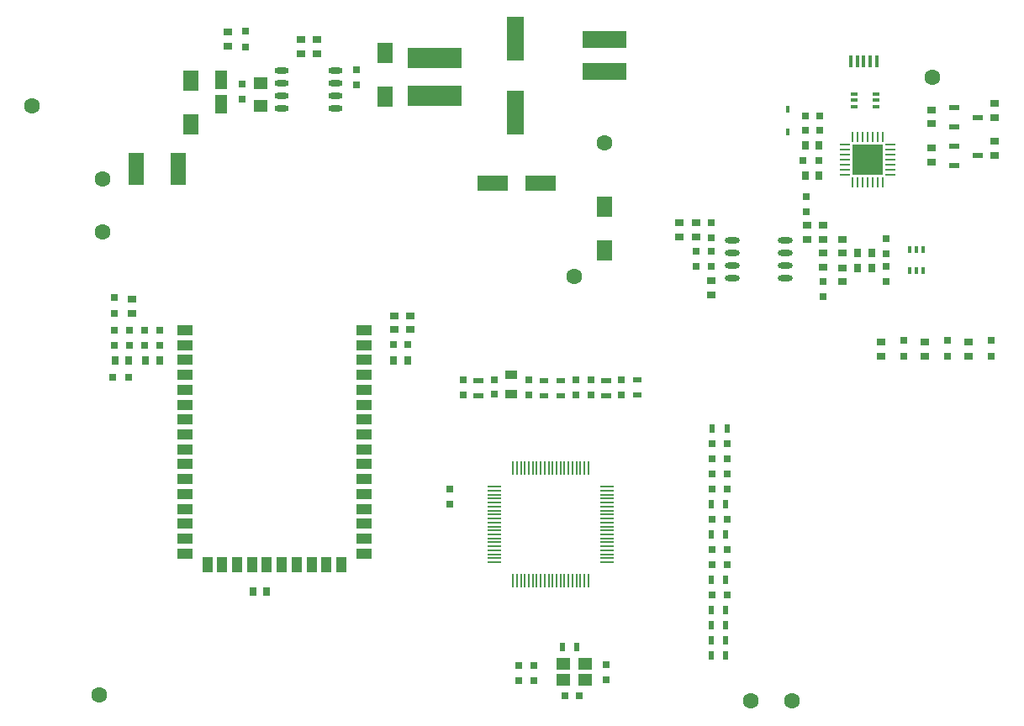
<source format=gtp>
G04*
G04 #@! TF.GenerationSoftware,Altium Limited,Altium Designer,20.2.7 (254)*
G04*
G04 Layer_Color=8421504*
%FSLAX24Y24*%
%MOIN*%
G70*
G04*
G04 #@! TF.SameCoordinates,06D2D76E-F920-4485-92C8-392B035063E4*
G04*
G04*
G04 #@! TF.FilePolarity,Positive*
G04*
G01*
G75*
%ADD20R,0.0217X0.0354*%
%ADD21R,0.0315X0.0315*%
%ADD22R,0.0315X0.0315*%
%ADD23R,0.0315X0.0374*%
%ADD24R,0.0354X0.0217*%
%ADD25R,0.0390X0.0224*%
%ADD26R,0.0512X0.0354*%
%ADD27R,0.0374X0.0315*%
%ADD28R,0.0157X0.0315*%
%ADD29R,0.0394X0.0236*%
%ADD30R,0.0709X0.1732*%
%ADD31R,0.0610X0.0827*%
%ADD32O,0.0571X0.0236*%
%ADD33R,0.0550X0.0500*%
%ADD34R,0.0492X0.0768*%
%ADD35C,0.0630*%
%ADD36O,0.0591X0.0236*%
%ADD37O,0.0413X0.0098*%
%ADD38O,0.0098X0.0413*%
%ADD39R,0.1232X0.1232*%
%ADD40R,0.0315X0.0157*%
%ADD41R,0.0177X0.0512*%
%ADD42R,0.0591X0.0394*%
%ADD43R,0.0394X0.0591*%
%ADD44O,0.0551X0.0098*%
%ADD45O,0.0098X0.0551*%
%ADD46R,0.0551X0.0453*%
%ADD47R,0.1772X0.0689*%
%ADD48R,0.2165X0.0846*%
%ADD49R,0.0610X0.1264*%
%ADD50R,0.1240X0.0630*%
D20*
X38295Y24250D02*
D03*
X37705D02*
D03*
X37705Y24850D02*
D03*
X38295D02*
D03*
X37705Y25450D02*
D03*
X38295D02*
D03*
X38295Y26050D02*
D03*
X37705D02*
D03*
X38295Y27250D02*
D03*
X37705D02*
D03*
X38295Y29050D02*
D03*
X37705D02*
D03*
X38295Y30250D02*
D03*
X37705D02*
D03*
X31805Y24600D02*
D03*
X32395D02*
D03*
X38345Y33250D02*
D03*
X37755D02*
D03*
D21*
Y26650D02*
D03*
X38345D02*
D03*
X38345Y27850D02*
D03*
X37755D02*
D03*
X38345Y28450D02*
D03*
X37755D02*
D03*
X38345Y29650D02*
D03*
X37755D02*
D03*
X38341Y30850D02*
D03*
X37750D02*
D03*
X38345Y31450D02*
D03*
X37755D02*
D03*
X38345Y32050D02*
D03*
X37755D02*
D03*
X38345Y32650D02*
D03*
X37755D02*
D03*
X32495Y22650D02*
D03*
X31905D02*
D03*
X25105Y36600D02*
D03*
X25695D02*
D03*
X41992Y43879D02*
D03*
X41362D02*
D03*
X14615Y35300D02*
D03*
X13985D02*
D03*
D22*
X33550Y23305D02*
D03*
Y23895D02*
D03*
X34150Y35191D02*
D03*
Y34600D02*
D03*
X32950Y35195D02*
D03*
Y34605D02*
D03*
X32350Y35195D02*
D03*
Y34605D02*
D03*
X30500Y35195D02*
D03*
Y34605D02*
D03*
X29120Y35205D02*
D03*
Y34615D02*
D03*
X27900Y35195D02*
D03*
Y34605D02*
D03*
X37702Y40839D02*
D03*
Y41429D02*
D03*
Y39689D02*
D03*
Y40279D02*
D03*
X37102Y39689D02*
D03*
Y40279D02*
D03*
X48824Y36135D02*
D03*
Y36765D02*
D03*
X47087Y36135D02*
D03*
Y36765D02*
D03*
X45349Y36135D02*
D03*
Y36765D02*
D03*
X44652Y39684D02*
D03*
Y39094D02*
D03*
Y40189D02*
D03*
Y40779D02*
D03*
X41500Y41855D02*
D03*
Y42445D02*
D03*
X42152Y39079D02*
D03*
Y38489D02*
D03*
X23650Y46900D02*
D03*
Y47491D02*
D03*
X19119Y46321D02*
D03*
Y46912D02*
D03*
X19250Y49015D02*
D03*
Y48385D02*
D03*
X14047Y38456D02*
D03*
Y37826D02*
D03*
X15850Y36555D02*
D03*
Y37145D02*
D03*
X15250Y36555D02*
D03*
Y37145D02*
D03*
X14650Y36555D02*
D03*
Y37145D02*
D03*
X14050Y36555D02*
D03*
Y37145D02*
D03*
X42017Y45670D02*
D03*
Y45079D02*
D03*
X41467Y45670D02*
D03*
Y45079D02*
D03*
X27350Y30845D02*
D03*
Y30255D02*
D03*
X30100Y23845D02*
D03*
Y23255D02*
D03*
X30700Y23845D02*
D03*
Y23255D02*
D03*
D23*
X25124Y35950D02*
D03*
X25676D02*
D03*
X41441Y44479D02*
D03*
X41992D02*
D03*
X41441Y43279D02*
D03*
X41992D02*
D03*
X44078Y39634D02*
D03*
X43527D02*
D03*
X44078Y40234D02*
D03*
X43527D02*
D03*
X15850Y35950D02*
D03*
X15299D02*
D03*
X14626D02*
D03*
X14074D02*
D03*
X19549Y26800D02*
D03*
X20100D02*
D03*
D24*
X34800Y35195D02*
D03*
Y34605D02*
D03*
X31750Y35145D02*
D03*
Y34555D02*
D03*
X31100Y34555D02*
D03*
Y35145D02*
D03*
D25*
X33550Y35156D02*
D03*
Y34550D02*
D03*
X28500Y35156D02*
D03*
Y34550D02*
D03*
D26*
X29800Y35374D02*
D03*
Y34626D02*
D03*
D27*
X36452Y40859D02*
D03*
Y41410D02*
D03*
X37102Y40859D02*
D03*
Y41410D02*
D03*
X37702Y39110D02*
D03*
Y38559D02*
D03*
X48967Y45603D02*
D03*
Y46155D02*
D03*
Y44103D02*
D03*
Y44655D02*
D03*
X46467Y45353D02*
D03*
Y45905D02*
D03*
Y43829D02*
D03*
Y44380D02*
D03*
X47926Y36686D02*
D03*
Y36134D02*
D03*
X46188Y36686D02*
D03*
Y36134D02*
D03*
X44450Y36686D02*
D03*
Y36134D02*
D03*
X42902Y40209D02*
D03*
Y40760D02*
D03*
Y39083D02*
D03*
Y39634D02*
D03*
X42152Y41310D02*
D03*
Y40759D02*
D03*
X41502Y41310D02*
D03*
Y40759D02*
D03*
X42152Y40210D02*
D03*
Y39659D02*
D03*
X21450Y48124D02*
D03*
Y48676D02*
D03*
X22100Y48676D02*
D03*
Y48124D02*
D03*
X18548Y48986D02*
D03*
Y48434D02*
D03*
X14759Y38377D02*
D03*
Y37826D02*
D03*
X25150Y37726D02*
D03*
Y37174D02*
D03*
X25800Y37726D02*
D03*
Y37174D02*
D03*
D28*
X40767Y45932D02*
D03*
Y45026D02*
D03*
X45596Y40357D02*
D03*
X45852D02*
D03*
X46108D02*
D03*
Y39511D02*
D03*
X45596D02*
D03*
X45852D02*
D03*
D29*
X48299Y45599D02*
D03*
X47354Y45225D02*
D03*
Y45973D02*
D03*
X48289Y44079D02*
D03*
X47344Y43705D02*
D03*
Y44453D02*
D03*
D30*
X29950Y45793D02*
D03*
Y48707D02*
D03*
D31*
X24800Y48166D02*
D03*
Y46434D02*
D03*
X17100Y47066D02*
D03*
Y45334D02*
D03*
X33500Y42066D02*
D03*
Y40334D02*
D03*
D32*
X22823Y45950D02*
D03*
Y46450D02*
D03*
Y46950D02*
D03*
Y47450D02*
D03*
X20677Y45950D02*
D03*
Y46450D02*
D03*
Y46950D02*
D03*
Y47450D02*
D03*
D33*
X19850Y46050D02*
D03*
Y46950D02*
D03*
D34*
X18300Y47082D02*
D03*
Y46118D02*
D03*
D35*
X10800Y46050D02*
D03*
X13600Y41050D02*
D03*
Y43150D02*
D03*
X40906Y22457D02*
D03*
X39286Y22457D02*
D03*
X32300Y39300D02*
D03*
X13446Y22692D02*
D03*
X33500Y44600D02*
D03*
X46500Y47200D02*
D03*
D36*
X40665Y39234D02*
D03*
Y39734D02*
D03*
Y40234D02*
D03*
Y40734D02*
D03*
X38539Y39234D02*
D03*
Y39734D02*
D03*
Y40734D02*
D03*
Y40234D02*
D03*
D37*
X44826Y44520D02*
D03*
Y44323D02*
D03*
Y44126D02*
D03*
Y43929D02*
D03*
Y43732D02*
D03*
Y43535D02*
D03*
Y43338D02*
D03*
X43014D02*
D03*
Y43535D02*
D03*
Y43732D02*
D03*
Y43929D02*
D03*
Y44126D02*
D03*
Y44323D02*
D03*
Y44520D02*
D03*
D38*
X44511Y43023D02*
D03*
X44314D02*
D03*
X44117D02*
D03*
X43920D02*
D03*
X43723D02*
D03*
X43526D02*
D03*
X43329D02*
D03*
Y44834D02*
D03*
X43526D02*
D03*
X43723D02*
D03*
X43920D02*
D03*
X44314D02*
D03*
X44511D02*
D03*
X44117D02*
D03*
D39*
X43920Y43929D02*
D03*
D40*
X44240Y46535D02*
D03*
Y46279D02*
D03*
Y46023D02*
D03*
X43394D02*
D03*
Y46535D02*
D03*
Y46279D02*
D03*
D41*
X44279Y47837D02*
D03*
X44023D02*
D03*
X43767D02*
D03*
X43511D02*
D03*
X43255D02*
D03*
D42*
X16850Y37156D02*
D03*
X23937Y37156D02*
D03*
X16850Y36565D02*
D03*
Y35974D02*
D03*
Y35384D02*
D03*
Y34793D02*
D03*
Y34203D02*
D03*
Y33612D02*
D03*
Y33022D02*
D03*
Y32431D02*
D03*
Y31841D02*
D03*
Y31250D02*
D03*
Y30659D02*
D03*
Y30069D02*
D03*
Y29478D02*
D03*
Y28888D02*
D03*
Y28297D02*
D03*
X23937Y36565D02*
D03*
Y35974D02*
D03*
Y35384D02*
D03*
Y34793D02*
D03*
Y34203D02*
D03*
Y33612D02*
D03*
Y33022D02*
D03*
Y32431D02*
D03*
Y31841D02*
D03*
Y31250D02*
D03*
Y30659D02*
D03*
Y30069D02*
D03*
Y29478D02*
D03*
Y28888D02*
D03*
Y28297D02*
D03*
D43*
X23051Y27856D02*
D03*
X17736D02*
D03*
X18326D02*
D03*
X18917D02*
D03*
X19507D02*
D03*
X22460D02*
D03*
X21870D02*
D03*
X21279D02*
D03*
X20689D02*
D03*
X20098D02*
D03*
D44*
X33594Y29844D02*
D03*
Y30001D02*
D03*
Y30474D02*
D03*
X29106Y30631D02*
D03*
X33594Y27954D02*
D03*
Y28111D02*
D03*
Y28269D02*
D03*
Y28426D02*
D03*
Y28584D02*
D03*
Y28741D02*
D03*
Y28899D02*
D03*
Y29056D02*
D03*
Y29214D02*
D03*
Y29371D02*
D03*
Y29529D02*
D03*
Y29686D02*
D03*
Y30159D02*
D03*
Y30316D02*
D03*
Y30631D02*
D03*
Y30789D02*
D03*
Y30946D02*
D03*
X29106D02*
D03*
Y30789D02*
D03*
Y30474D02*
D03*
Y30316D02*
D03*
Y30159D02*
D03*
Y30001D02*
D03*
Y29844D02*
D03*
Y29686D02*
D03*
Y29529D02*
D03*
Y29371D02*
D03*
Y29214D02*
D03*
Y29056D02*
D03*
Y28899D02*
D03*
Y28741D02*
D03*
Y28584D02*
D03*
Y28426D02*
D03*
Y28269D02*
D03*
Y28111D02*
D03*
Y27954D02*
D03*
D45*
X31114Y31694D02*
D03*
X30799D02*
D03*
X30641D02*
D03*
X30484D02*
D03*
X30326D02*
D03*
X30169Y27206D02*
D03*
X30326D02*
D03*
X30484D02*
D03*
X30956D02*
D03*
X32846Y31694D02*
D03*
X32689D02*
D03*
X32531D02*
D03*
X32374D02*
D03*
X32216D02*
D03*
X32059D02*
D03*
X31901D02*
D03*
X31744D02*
D03*
X31586D02*
D03*
X31429D02*
D03*
X31271D02*
D03*
X30956D02*
D03*
X30169D02*
D03*
X30011D02*
D03*
X29854D02*
D03*
Y27206D02*
D03*
X30011D02*
D03*
X30641D02*
D03*
X30799D02*
D03*
X31114D02*
D03*
X31271D02*
D03*
X31429D02*
D03*
X31586D02*
D03*
X31744D02*
D03*
X31901D02*
D03*
X32059D02*
D03*
X32216D02*
D03*
X32374D02*
D03*
X32531D02*
D03*
X32689D02*
D03*
X32846D02*
D03*
D46*
X31867Y23915D02*
D03*
X32733Y23285D02*
D03*
X31867D02*
D03*
X32733Y23915D02*
D03*
D47*
X33500Y48690D02*
D03*
Y47410D02*
D03*
D48*
X26750Y47958D02*
D03*
Y46442D02*
D03*
D49*
X16577Y43550D02*
D03*
X14923D02*
D03*
D50*
X30965Y43000D02*
D03*
X29035D02*
D03*
M02*

</source>
